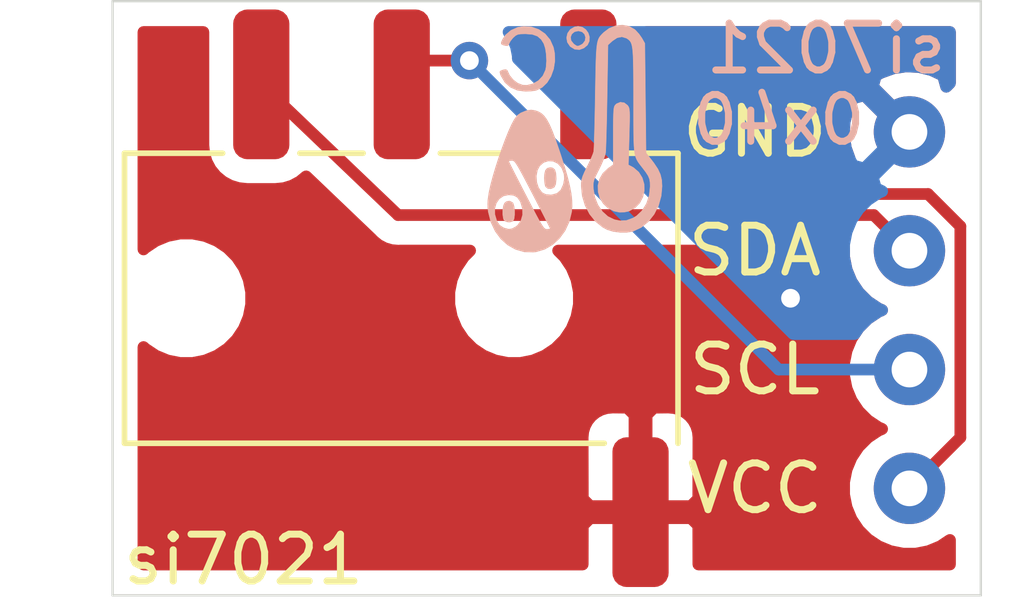
<source format=kicad_pcb>
(kicad_pcb (version 20171130) (host pcbnew "(5.1.5)-3")

  (general
    (thickness 1.6)
    (drawings 7)
    (tracks 15)
    (zones 0)
    (modules 3)
    (nets 5)
  )

  (page A4)
  (layers
    (0 F.Cu signal)
    (31 B.Cu signal)
    (32 B.Adhes user)
    (33 F.Adhes user)
    (34 B.Paste user)
    (35 F.Paste user)
    (36 B.SilkS user)
    (37 F.SilkS user)
    (38 B.Mask user)
    (39 F.Mask user)
    (40 Dwgs.User user)
    (41 Cmts.User user)
    (42 Eco1.User user)
    (43 Eco2.User user)
    (44 Edge.Cuts user)
    (45 Margin user)
    (46 B.CrtYd user)
    (47 F.CrtYd user)
    (48 B.Fab user)
    (49 F.Fab user)
  )

  (setup
    (last_trace_width 0.25)
    (trace_clearance 0.2)
    (zone_clearance 0.508)
    (zone_45_only no)
    (trace_min 0.2)
    (via_size 0.8)
    (via_drill 0.4)
    (via_min_size 0.4)
    (via_min_drill 0.3)
    (uvia_size 0.3)
    (uvia_drill 0.1)
    (uvias_allowed no)
    (uvia_min_size 0.2)
    (uvia_min_drill 0.1)
    (edge_width 0.05)
    (segment_width 0.2)
    (pcb_text_width 0.3)
    (pcb_text_size 1.5 1.5)
    (mod_edge_width 0.12)
    (mod_text_size 1 1)
    (mod_text_width 0.15)
    (pad_size 1.524 1.524)
    (pad_drill 0.762)
    (pad_to_mask_clearance 0.051)
    (solder_mask_min_width 0.25)
    (aux_axis_origin 0 0)
    (visible_elements 7FFFFFFF)
    (pcbplotparams
      (layerselection 0x010fc_ffffffff)
      (usegerberextensions false)
      (usegerberattributes false)
      (usegerberadvancedattributes false)
      (creategerberjobfile false)
      (excludeedgelayer true)
      (linewidth 0.100000)
      (plotframeref false)
      (viasonmask false)
      (mode 1)
      (useauxorigin false)
      (hpglpennumber 1)
      (hpglpenspeed 20)
      (hpglpendiameter 15.000000)
      (psnegative false)
      (psa4output false)
      (plotreference true)
      (plotvalue true)
      (plotinvisibletext false)
      (padsonsilk false)
      (subtractmaskfromsilk false)
      (outputformat 1)
      (mirror false)
      (drillshape 0)
      (scaleselection 1)
      (outputdirectory "gerbers/"))
  )

  (net 0 "")
  (net 1 GND)
  (net 2 SDA)
  (net 3 SCL)
  (net 4 +3V3)

  (net_class Default "Ceci est la Netclass par défaut."
    (clearance 0.2)
    (trace_width 0.25)
    (via_dia 0.8)
    (via_drill 0.4)
    (uvia_dia 0.3)
    (uvia_drill 0.1)
    (add_net +3V3)
    (add_net GND)
    (add_net SCL)
    (add_net SDA)
  )

  (module usini_sensors:module_si7021 (layer F.Cu) (tedit 5FE0920C) (tstamp 5FDCF44E)
    (at 178.816 27.432 180)
    (path /5FDCF6A1)
    (fp_text reference U1 (at 0.635 -9.398 180) (layer F.SilkS) hide
      (effects (font (size 1 1) (thickness 0.15)))
    )
    (fp_text value module_si7021 (at 3.302 1.778 180) (layer F.Fab)
      (effects (font (size 1 1) (thickness 0.15)))
    )
    (fp_text user GND (at 3.302 0 180) (layer F.SilkS)
      (effects (font (size 1 1) (thickness 0.15)))
    )
    (fp_text user SDA (at 3.302 -2.54 180) (layer F.SilkS)
      (effects (font (size 1 1) (thickness 0.15)))
    )
    (fp_text user SCL (at 3.302 -5.08 180) (layer F.SilkS)
      (effects (font (size 1 1) (thickness 0.15)))
    )
    (fp_text user VCC (at 3.302 -7.62 180) (layer F.SilkS)
      (effects (font (size 1 1) (thickness 0.15)))
    )
    (pad 4 thru_hole circle (at 0 0 180) (size 1.524 1.524) (drill 0.762) (layers *.Cu *.Mask)
      (net 1 GND))
    (pad 3 thru_hole circle (at 0 -2.54 180) (size 1.524 1.524) (drill 0.762) (layers *.Cu *.Mask)
      (net 2 SDA))
    (pad 2 thru_hole circle (at 0 -5.08 180) (size 1.524 1.524) (drill 0.762) (layers *.Cu *.Mask)
      (net 3 SCL))
    (pad 1 thru_hole circle (at 0 -7.62 180) (size 1.524 1.524) (drill 0.762) (layers *.Cu *.Mask)
      (net 4 +3V3))
    (model ${KIPRJMOD}/usini_sensors.pretty/si7021.step
      (offset (xyz -1 -0.5 10.8))
      (scale (xyz 1 1 1))
      (rotate (xyz 0 0 0))
    )
    (model ${KISYS3DMOD}/Connector_PinSocket_2.54mm.3dshapes/PinSocket_1x04_P2.54mm_Vertical.step
      (offset (xyz 0 7.7 0))
      (scale (xyz 1 1 1))
      (rotate (xyz 0 0 0))
    )
    (model ${KISYS3DMOD}/Connector_PinHeader_2.54mm.3dshapes/PinHeader_1x04_P2.54mm_Vertical.step
      (offset (xyz 0 0 9.5))
      (scale (xyz 1 1 1))
      (rotate (xyz -180 0 0))
    )
  )

  (module usini_sensors:logo_temp_hum (layer B.Cu) (tedit 5FDB7299) (tstamp 5FDCF55F)
    (at 168.91 27.432 180)
    (fp_text reference G*** (at -2.286 3.556) (layer B.SilkS) hide
      (effects (font (size 1.524 1.524) (thickness 0.3)) (justify mirror))
    )
    (fp_text value LOGO (at -1.778 -3.81) (layer B.SilkS) hide
      (effects (font (size 1.524 1.524) (thickness 0.3)) (justify mirror))
    )
    (fp_poly (pts (xy -3.651278 0.600802) (xy -3.6322 0.584201) (xy -3.616297 0.565731) (xy -3.604104 0.541864)
      (xy -3.595132 0.506149) (xy -3.588888 0.452133) (xy -3.584884 0.373365) (xy -3.582629 0.263393)
      (xy -3.581631 0.115763) (xy -3.581401 -0.075974) (xy -3.5814 -0.08401) (xy -3.5814 -0.70142)
      (xy -3.470925 -0.779291) (xy -3.358498 -0.885343) (xy -3.286829 -1.009894) (xy -3.253801 -1.144851)
      (xy -3.257301 -1.282125) (xy -3.295212 -1.413623) (xy -3.365421 -1.531255) (xy -3.465812 -1.62693)
      (xy -3.59427 -1.692557) (xy -3.716301 -1.71803) (xy -3.812653 -1.715142) (xy -3.909008 -1.695409)
      (xy -3.920359 -1.6915) (xy -4.050676 -1.619094) (xy -4.148212 -1.51639) (xy -4.212428 -1.392347)
      (xy -4.242782 -1.255925) (xy -4.238735 -1.116084) (xy -4.199746 -0.981783) (xy -4.125274 -0.861984)
      (xy -4.014781 -0.765645) (xy -3.977488 -0.744185) (xy -3.903676 -0.705797) (xy -3.920614 -0.102675)
      (xy -3.925804 0.087837) (xy -3.929067 0.234284) (xy -3.930043 0.343376) (xy -3.928373 0.421824)
      (xy -3.923697 0.476337) (xy -3.915653 0.513627) (xy -3.903883 0.540404) (xy -3.888026 0.563378)
      (xy -3.884633 0.567724) (xy -3.813967 0.622001) (xy -3.730981 0.633366) (xy -3.651278 0.600802)) (layer B.SilkS) (width 0.01))
    (fp_poly (pts (xy -2.171637 -0.775873) (xy -2.131696 -0.821651) (xy -2.111912 -0.905571) (xy -2.1082 -0.9906)
      (xy -2.113212 -1.076274) (xy -2.125948 -1.14699) (xy -2.134494 -1.170069) (xy -2.180619 -1.209499)
      (xy -2.246054 -1.21643) (xy -2.310248 -1.189852) (xy -2.322286 -1.179285) (xy -2.351658 -1.116917)
      (xy -2.36217 -1.007465) (xy -2.3622 -0.999815) (xy -2.355213 -0.883127) (xy -2.33191 -0.809029)
      (xy -2.288785 -0.770952) (xy -2.2352 -0.762) (xy -2.171637 -0.775873)) (layer B.SilkS) (width 0.01))
    (fp_poly (pts (xy -1.299334 -1.488773) (xy -1.261237 -1.51965) (xy -1.23543 -1.575779) (xy -1.22127 -1.661612)
      (xy -1.219624 -1.757206) (xy -1.231361 -1.842623) (xy -1.245494 -1.881269) (xy -1.290322 -1.918251)
      (xy -1.356879 -1.930367) (xy -1.421405 -1.915373) (xy -1.442721 -1.89992) (xy -1.462965 -1.852537)
      (xy -1.472811 -1.773671) (xy -1.472701 -1.681468) (xy -1.463077 -1.594072) (xy -1.444383 -1.529632)
      (xy -1.433286 -1.513114) (xy -1.367542 -1.476549) (xy -1.299334 -1.488773)) (layer B.SilkS) (width 0.01))
    (fp_poly (pts (xy -2.752186 2.242429) (xy -2.662361 2.189092) (xy -2.605388 2.10802) (xy -2.58398 2.012273)
      (xy -2.600854 1.914911) (xy -2.658722 1.828995) (xy -2.665047 1.823146) (xy -2.759515 1.765679)
      (xy -2.859585 1.758448) (xy -2.952112 1.792194) (xy -3.029629 1.857258) (xy -3.06819 1.939059)
      (xy -3.071816 2.020306) (xy -2.989403 2.020306) (xy -2.977816 1.947809) (xy -2.930339 1.884289)
      (xy -2.895179 1.861465) (xy -2.839889 1.836131) (xy -2.802575 1.835215) (xy -2.759323 1.86168)
      (xy -2.733926 1.881444) (xy -2.679618 1.949488) (xy -2.667782 2.023912) (xy -2.693789 2.092063)
      (xy -2.753011 2.141289) (xy -2.835452 2.159) (xy -2.915558 2.139168) (xy -2.967762 2.088514)
      (xy -2.989403 2.020306) (xy -3.071816 2.020306) (xy -3.072151 2.027789) (xy -3.045868 2.113638)
      (xy -2.993697 2.186797) (xy -2.919992 2.237456) (xy -2.829111 2.255807) (xy -2.752186 2.242429)) (layer B.SilkS) (width 0.01))
    (fp_poly (pts (xy -1.5367 2.232565) (xy -1.395654 2.170321) (xy -1.280612 2.071882) (xy -1.219155 1.981111)
      (xy -1.188855 1.914971) (xy -1.189389 1.878605) (xy -1.226536 1.857597) (xy -1.273646 1.845207)
      (xy -1.325333 1.841102) (xy -1.349963 1.869077) (xy -1.355263 1.886849) (xy -1.382528 1.940799)
      (xy -1.432469 2.003724) (xy -1.448535 2.020004) (xy -1.49458 2.059845) (xy -1.539303 2.082532)
      (xy -1.599163 2.092822) (xy -1.690615 2.095468) (xy -1.709818 2.0955) (xy -1.853793 2.084087)
      (xy -1.961189 2.046386) (xy -2.041641 1.977203) (xy -2.097659 1.886451) (xy -2.129571 1.787502)
      (xy -2.149252 1.658519) (xy -2.15545 1.519069) (xy -2.146911 1.388718) (xy -2.133817 1.321605)
      (xy -2.076398 1.197156) (xy -1.983658 1.096657) (xy -1.866593 1.027244) (xy -1.736195 0.996051)
      (xy -1.640208 1.001267) (xy -1.538012 1.041815) (xy -1.440676 1.116233) (xy -1.365903 1.209239)
      (xy -1.342377 1.25831) (xy -1.316394 1.315283) (xy -1.285786 1.334166) (xy -1.246112 1.329258)
      (xy -1.181623 1.310171) (xy -1.158078 1.28418) (xy -1.167895 1.235695) (xy -1.182675 1.198792)
      (xy -1.26694 1.058027) (xy -1.384691 0.953873) (xy -1.531565 0.889057) (xy -1.703198 0.866306)
      (xy -1.7145 0.866342) (xy -1.810835 0.870849) (xy -1.897122 0.880726) (xy -1.938402 0.889429)
      (xy -2.062464 0.951919) (xy -2.16729 1.054107) (xy -2.249512 1.187431) (xy -2.305762 1.34333)
      (xy -2.332673 1.513245) (xy -2.326877 1.688613) (xy -2.301131 1.8115) (xy -2.230916 1.968548)
      (xy -2.124619 2.095607) (xy -1.989953 2.188428) (xy -1.834631 2.242762) (xy -1.666366 2.254361)
      (xy -1.5367 2.232565)) (layer B.SilkS) (width 0.01))
    (fp_poly (pts (xy -3.631449 2.267964) (xy -3.493617 2.213042) (xy -3.380754 2.128369) (xy -3.342562 2.091044)
      (xy -3.310728 2.057179) (xy -3.284592 2.02195) (xy -3.263497 1.980534) (xy -3.246785 1.928108)
      (xy -3.233797 1.859849) (xy -3.223874 1.770934) (xy -3.21636 1.65654) (xy -3.210594 1.511844)
      (xy -3.20592 1.332023) (xy -3.201678 1.112253) (xy -3.19721 0.847713) (xy -3.195992 0.7747)
      (xy -3.191754 0.538521) (xy -3.187212 0.315889) (xy -3.182523 0.112406) (xy -3.177838 -0.066326)
      (xy -3.173311 -0.214704) (xy -3.169098 -0.327128) (xy -3.16535 -0.397993) (xy -3.16324 -0.4191)
      (xy -3.146083 -0.472939) (xy -3.110742 -0.558603) (xy -3.062851 -0.663045) (xy -3.022399 -0.745237)
      (xy -2.964798 -0.862005) (xy -2.927673 -0.948543) (xy -2.906672 -1.01894) (xy -2.897442 -1.087285)
      (xy -2.8956 -1.155724) (xy -2.917179 -1.369624) (xy -2.978713 -1.572916) (xy -3.075398 -1.757521)
      (xy -3.202429 -1.915361) (xy -3.355001 -2.038356) (xy -3.450882 -2.089478) (xy -3.576002 -2.127975)
      (xy -3.723016 -2.147989) (xy -3.870038 -2.148129) (xy -3.995182 -2.127009) (xy -4.003134 -2.12451)
      (xy -4.178046 -2.041373) (xy -4.329756 -1.917583) (xy -4.454142 -1.75957) (xy -4.547078 -1.573763)
      (xy -4.60444 -1.366593) (xy -4.621786 -1.164684) (xy -4.3688 -1.164684) (xy -4.3688 -1.165842)
      (xy -4.348551 -1.357394) (xy -4.290671 -1.531546) (xy -4.199464 -1.680329) (xy -4.079231 -1.795776)
      (xy -4.004049 -1.841303) (xy -3.863408 -1.893016) (xy -3.72664 -1.900931) (xy -3.603205 -1.875521)
      (xy -3.466132 -1.809069) (xy -3.347195 -1.701706) (xy -3.252119 -1.561781) (xy -3.186629 -1.397643)
      (xy -3.156874 -1.224566) (xy -3.153082 -1.147025) (xy -3.156115 -1.08582) (xy -3.16979 -1.027235)
      (xy -3.197921 -0.957555) (xy -3.244325 -0.863065) (xy -3.272951 -0.80731) (xy -3.327734 -0.693763)
      (xy -3.37393 -0.584444) (xy -3.405525 -0.49434) (xy -3.415599 -0.45171) (xy -3.41927 -0.403554)
      (xy -3.42347 -0.310472) (xy -3.428038 -0.178331) (xy -3.43281 -0.013001) (xy -3.437624 0.179651)
      (xy -3.442319 0.393755) (xy -3.446731 0.623443) (xy -3.449034 0.757625) (xy -3.4671 1.858149)
      (xy -3.561977 1.945075) (xy -3.663937 2.013008) (xy -3.7661 2.032485) (xy -3.863969 2.002871)
      (xy -3.883232 1.990581) (xy -3.913062 1.96812) (xy -3.937944 1.943171) (xy -3.958325 1.911191)
      (xy -3.974654 1.867637) (xy -3.987379 1.807964) (xy -3.996948 1.72763) (xy -4.00381 1.62209)
      (xy -4.008412 1.486801) (xy -4.011203 1.31722) (xy -4.012631 1.108802) (xy -4.013145 0.857006)
      (xy -4.0132 0.673101) (xy -4.013174 0.396812) (xy -4.013537 0.166246) (xy -4.014955 -0.023671)
      (xy -4.018092 -0.178015) (xy -4.023612 -0.301861) (xy -4.032182 -0.400286) (xy -4.044465 -0.478365)
      (xy -4.061127 -0.541173) (xy -4.082831 -0.593785) (xy -4.110243 -0.641278) (xy -4.144027 -0.688726)
      (xy -4.184849 -0.741205) (xy -4.201155 -0.762) (xy -4.277267 -0.862493) (xy -4.326165 -0.938743)
      (xy -4.353773 -1.005016) (xy -4.366011 -1.075575) (xy -4.3688 -1.164684) (xy -4.621786 -1.164684)
      (xy -4.622243 -1.159374) (xy -4.613824 -1.02535) (xy -4.585677 -0.907878) (xy -4.532104 -0.792673)
      (xy -4.447409 -0.66545) (xy -4.401205 -0.605019) (xy -4.2799 -0.450662) (xy -4.2545 1.8923)
      (xy -4.191 2.00433) (xy -4.131205 2.0902) (xy -4.057759 2.170623) (xy -4.03325 2.192112)
      (xy -3.912282 2.258576) (xy -3.774676 2.283501) (xy -3.631449 2.267964)) (layer B.SilkS) (width 0.01))
    (fp_poly (pts (xy -1.745905 0.458491) (xy -1.701028 0.444228) (xy -1.606474 0.405449) (xy -1.541669 0.360448)
      (xy -1.486497 0.293301) (xy -1.461177 0.254373) (xy -1.407371 0.154321) (xy -1.344582 0.014493)
      (xy -1.276087 -0.15559) (xy -1.205165 -0.346408) (xy -1.135094 -0.548437) (xy -1.069152 -0.752156)
      (xy -1.010616 -0.948045) (xy -0.962766 -1.126581) (xy -0.928878 -1.278244) (xy -0.923632 -1.306995)
      (xy -0.903869 -1.438478) (xy -0.896928 -1.542533) (xy -0.902214 -1.640728) (xy -0.912382 -1.7145)
      (xy -0.968373 -1.932665) (xy -1.05956 -2.12564) (xy -1.181101 -2.289389) (xy -1.328154 -2.419876)
      (xy -1.495875 -2.513066) (xy -1.679422 -2.564926) (xy -1.873952 -2.571419) (xy -1.932137 -2.564175)
      (xy -2.115721 -2.509866) (xy -2.283975 -2.411997) (xy -2.431268 -2.276876) (xy -2.551968 -2.110809)
      (xy -2.571402 -2.068919) (xy -2.2352 -2.068919) (xy -2.213193 -2.078903) (xy -2.163519 -2.0828)
      (xy -2.142646 -2.080815) (xy -2.122172 -2.071793) (xy -2.099256 -2.051128) (xy -2.07106 -2.014215)
      (xy -2.034743 -1.95645) (xy -1.987465 -1.873229) (xy -1.936024 -1.777819) (xy -1.643406 -1.777819)
      (xy -1.60762 -1.899171) (xy -1.536989 -1.996327) (xy -1.501194 -2.02477) (xy -1.419746 -2.069263)
      (xy -1.346115 -2.079498) (xy -1.258977 -2.057117) (xy -1.230271 -2.045656) (xy -1.153821 -1.995469)
      (xy -1.097331 -1.911135) (xy -1.091945 -1.899606) (xy -1.051784 -1.765978) (xy -1.049984 -1.637838)
      (xy -1.082653 -1.523489) (xy -1.145901 -1.431233) (xy -1.235836 -1.369372) (xy -1.348567 -1.346211)
      (xy -1.351296 -1.3462) (xy -1.458194 -1.358351) (xy -1.533124 -1.400866) (xy -1.590249 -1.482837)
      (xy -1.601802 -1.506999) (xy -1.642187 -1.643388) (xy -1.643406 -1.777819) (xy -1.936024 -1.777819)
      (xy -1.926387 -1.759946) (xy -1.848668 -1.611997) (xy -1.751469 -1.424778) (xy -1.719019 -1.362068)
      (xy -1.628234 -1.186085) (xy -1.545437 -1.024663) (xy -1.473407 -0.883296) (xy -1.414924 -0.767477)
      (xy -1.37277 -0.6827) (xy -1.349724 -0.634457) (xy -1.3462 -0.625468) (xy -1.368151 -0.614066)
      (xy -1.41605 -0.609985) (xy -1.436574 -0.612384) (xy -1.457133 -0.622405) (xy -1.480551 -0.644638)
      (xy -1.509652 -0.683674) (xy -1.547258 -0.744104) (xy -1.596194 -0.830518) (xy -1.659283 -0.947507)
      (xy -1.739347 -1.099662) (xy -1.839212 -1.291574) (xy -1.86055 -1.332705) (xy -1.951637 -1.50874)
      (xy -2.034728 -1.670126) (xy -2.107044 -1.811399) (xy -2.165804 -1.927098) (xy -2.208227 -2.011757)
      (xy -2.231534 -2.059913) (xy -2.2352 -2.068919) (xy -2.571402 -2.068919) (xy -2.640445 -1.920102)
      (xy -2.690543 -1.714822) (xy -2.701216 -1.594371) (xy -2.699038 -1.464928) (xy -2.682812 -1.320538)
      (xy -2.651345 -1.155248) (xy -2.612766 -1.000497) (xy -2.536597 -1.000497) (xy -2.515535 -1.115579)
      (xy -2.512404 -1.127066) (xy -2.460643 -1.241141) (xy -2.379942 -1.313535) (xy -2.269654 -1.34476)
      (xy -2.2352 -1.3462) (xy -2.141881 -1.337338) (xy -2.074563 -1.305855) (xy -2.050324 -1.285687)
      (xy -1.983621 -1.192314) (xy -1.945592 -1.072565) (xy -1.937436 -0.942795) (xy -1.960355 -0.819361)
      (xy -2.009251 -0.726298) (xy -2.095116 -0.652987) (xy -2.196017 -0.621219) (xy -2.300216 -0.62937)
      (xy -2.395972 -0.675814) (xy -2.471546 -0.758925) (xy -2.489456 -0.792793) (xy -2.528473 -0.901199)
      (xy -2.536597 -1.000497) (xy -2.612766 -1.000497) (xy -2.603443 -0.963103) (xy -2.537912 -0.738149)
      (xy -2.453557 -0.474433) (xy -2.423907 -0.385395) (xy -2.346818 -0.162069) (xy -2.279251 0.017244)
      (xy -2.218065 0.157731) (xy -2.160119 0.264574) (xy -2.102273 0.342959) (xy -2.041384 0.398069)
      (xy -1.974312 0.435091) (xy -1.914735 0.454997) (xy -1.827413 0.469571) (xy -1.745905 0.458491)) (layer B.SilkS) (width 0.01))
  )

  (module usini_sensors:jack_3.5mm_TRRS (layer F.Cu) (tedit 5FDB7F81) (tstamp 5FDA3052)
    (at 168.148 30.988)
    (descr "Headphones with microphone connector, 3.5mm, 4 pins (http://www.qingpu-electronics.com/en/products/WQP-PJ320D-72.html)")
    (tags "3.5mm jack mic microphone phones headphones 4pins audio plug")
    (path /5FDC3E76)
    (attr smd)
    (fp_text reference J1 (at -0.508 0.508 90) (layer F.SilkS) hide
      (effects (font (size 1 1) (thickness 0.15)))
    )
    (fp_text value AudioJack4 (at -1.778 4.572) (layer F.Fab)
      (effects (font (size 1 1) (thickness 0.15)))
    )
    (fp_circle (center 3.9 -2.35) (end 3.95 -2.1) (layer F.Fab) (width 0.12))
    (fp_line (start -6.096 -3.1) (end -6.096 3.1) (layer F.SilkS) (width 0.12))
    (fp_line (start -8.73 -5) (end 6.07 -5) (layer F.CrtYd) (width 0.05))
    (fp_line (start -8.73 5) (end 6.07 5) (layer F.CrtYd) (width 0.05))
    (fp_line (start 5.725 3.1) (end 5.725 -3.1) (layer F.SilkS) (width 0.12))
    (fp_line (start -8.73 5) (end -8.73 -5) (layer F.CrtYd) (width 0.05))
    (fp_line (start 6.07 5) (end 6.07 -5) (layer F.CrtYd) (width 0.05))
    (fp_line (start -6.096 -3.1) (end -4 -3.1) (layer F.SilkS) (width 0.12))
    (fp_line (start -2.35 -3.1) (end -1 -3.1) (layer F.SilkS) (width 0.12))
    (fp_line (start 0.65 -3.1) (end 3.05 -3.1) (layer F.SilkS) (width 0.12))
    (fp_line (start 4.6 -3.1) (end 5.725 -3.1) (layer F.SilkS) (width 0.12))
    (fp_line (start 4.15 3.1) (end -6.096 3.1) (layer F.SilkS) (width 0.12))
    (fp_line (start 5.575 -2.9) (end 5.575 2.9) (layer F.Fab) (width 0.1))
    (fp_line (start -6.096 -2.9) (end 5.575 -2.9) (layer F.Fab) (width 0.1))
    (fp_line (start -6.096 -2.3) (end -6.096 -2.9) (layer F.Fab) (width 0.1))
    (fp_line (start -8.225 -2.3) (end -6.096 -2.3) (layer F.Fab) (width 0.1))
    (fp_line (start -8.225 2.3) (end -8.225 -2.3) (layer F.Fab) (width 0.1))
    (fp_line (start -6.096 2.3) (end -8.225 2.3) (layer F.Fab) (width 0.1))
    (fp_line (start -6.096 2.9) (end -6.096 2.286) (layer F.Fab) (width 0.1))
    (fp_line (start 5.575 2.9) (end -6.096 2.9) (layer F.Fab) (width 0.1))
    (fp_text user %R (at -1.195 0) (layer F.Fab)
      (effects (font (size 1 1) (thickness 0.15)))
    )
    (pad "" np_thru_hole circle (at 2.225 0) (size 1.5 1.5) (drill 1.5) (layers *.Cu *.Mask))
    (pad "" np_thru_hole circle (at -4.775 0) (size 1.5 1.5) (drill 1.5) (layers *.Cu *.Mask))
    (pad R2 smd roundrect (at -3.175 -4.572) (size 1.2 3.2) (layers F.Cu F.Paste F.Mask) (roundrect_rratio 0.25)
      (net 2 SDA))
    (pad R1 smd roundrect (at -0.175 -4.572) (size 1.2 3.2) (layers F.Cu F.Paste F.Mask) (roundrect_rratio 0.25)
      (net 3 SCL))
    (pad T smd roundrect (at 3.81 -4.572) (size 1.2 3.2) (layers F.Cu F.Paste F.Mask) (roundrect_rratio 0.25)
      (net 4 +3V3))
    (pad S smd roundrect (at 4.925 4.572) (size 1.2 3.2) (layers F.Cu F.Paste F.Mask) (roundrect_rratio 0.25)
      (net 1 GND))
    (model ${KIPRJMOD}/usini_sensors.pretty/audio_3.5mm_trrs.step
      (offset (xyz 5.5 -3 0))
      (scale (xyz 1 1 1))
      (rotate (xyz 0 0 -90))
    )
  )

  (gr_line (start 180.34 37.338) (end 180.34 24.638) (layer Edge.Cuts) (width 0.05))
  (gr_line (start 180.34 24.638) (end 161.798 24.638) (layer Edge.Cuts) (width 0.05))
  (gr_text si7021 (at 164.592 36.576) (layer F.SilkS)
    (effects (font (size 1 1) (thickness 0.15)))
  )
  (gr_line (start 161.798 37.338) (end 180.34 37.338) (layer Edge.Cuts) (width 0.05))
  (gr_line (start 161.798 24.638) (end 161.798 37.338) (layer Edge.Cuts) (width 0.05))
  (gr_text 0x40 (at 176.022 27.178) (layer B.SilkS) (tstamp 5FDCF397)
    (effects (font (size 1 1) (thickness 0.15)) (justify mirror))
  )
  (gr_text si7021 (at 177.038 25.654) (layer B.SilkS)
    (effects (font (size 1 1) (thickness 0.15)) (justify mirror))
  )

  (via (at 176.276 30.988) (size 0.8) (drill 0.4) (layers F.Cu B.Cu) (net 1))
  (segment (start 167.894 29.21) (end 164.973 26.416) (width 0.25) (layer F.Cu) (net 2) (status 20))
  (segment (start 178.054001 29.210001) (end 167.894 29.21) (width 0.25) (layer F.Cu) (net 2))
  (segment (start 178.816 29.972) (end 178.054001 29.210001) (width 0.25) (layer F.Cu) (net 2) (status 10))
  (segment (start 178.816 32.512) (end 176.022 32.512) (width 0.25) (layer B.Cu) (net 3) (status 10))
  (via (at 169.418 25.908) (size 0.8) (drill 0.4) (layers F.Cu B.Cu) (net 3))
  (segment (start 176.022 32.512) (end 169.418 25.908) (width 0.25) (layer B.Cu) (net 3))
  (segment (start 168.481 25.908) (end 167.973 26.416) (width 0.25) (layer F.Cu) (net 3) (status 30))
  (segment (start 169.418 25.908) (end 168.481 25.908) (width 0.25) (layer F.Cu) (net 3) (status 20))
  (segment (start 179.903001 33.964999) (end 178.816 35.052) (width 0.25) (layer F.Cu) (net 4) (status 20))
  (segment (start 179.903001 29.450239) (end 179.903001 33.964999) (width 0.25) (layer F.Cu) (net 4))
  (segment (start 179.212753 28.759991) (end 179.903001 29.450239) (width 0.25) (layer F.Cu) (net 4))
  (segment (start 174.901991 28.759991) (end 179.212753 28.759991) (width 0.25) (layer F.Cu) (net 4))
  (segment (start 172.558 26.416) (end 174.901991 28.759991) (width 0.25) (layer F.Cu) (net 4))
  (segment (start 171.958 26.416) (end 172.558 26.416) (width 0.25) (layer F.Cu) (net 4) (status 10))

  (zone (net 1) (net_name GND) (layer F.Cu) (tstamp 5FE0ED95) (hatch edge 0.508)
    (connect_pads (clearance 0.508))
    (min_thickness 0.254)
    (fill yes (arc_segments 32) (thermal_gap 0.508) (thermal_bridge_width 0.508))
    (polygon
      (pts
        (xy 180.34 37.338) (xy 161.798 37.338) (xy 161.798 24.638) (xy 180.34 24.638)
      )
    )
    (filled_polygon
      (pts
        (xy 163.734928 27.716) (xy 163.752953 27.899009) (xy 163.806334 28.074985) (xy 163.893022 28.237165) (xy 164.009683 28.379317)
        (xy 164.151835 28.495978) (xy 164.314015 28.582666) (xy 164.489991 28.636047) (xy 164.673 28.654072) (xy 165.273 28.654072)
        (xy 165.456009 28.636047) (xy 165.631985 28.582666) (xy 165.794165 28.495978) (xy 165.930796 28.383848) (xy 167.335577 29.727553)
        (xy 167.353999 29.75) (xy 167.389526 29.779156) (xy 167.395649 29.785013) (xy 167.418423 29.802871) (xy 167.469724 29.844973)
        (xy 167.477229 29.848985) (xy 167.483935 29.854243) (xy 167.543209 29.884252) (xy 167.601753 29.915545) (xy 167.6099 29.918016)
        (xy 167.6175 29.921864) (xy 167.681493 29.939734) (xy 167.745014 29.959002) (xy 167.753484 29.959836) (xy 167.761691 29.962128)
        (xy 167.827941 29.96717) (xy 167.856667 29.969999) (xy 167.865119 29.969999) (xy 167.910966 29.973488) (xy 167.939806 29.969999)
        (xy 169.432316 29.969999) (xy 169.297201 30.105114) (xy 169.145629 30.331957) (xy 169.041225 30.584011) (xy 168.988 30.851589)
        (xy 168.988 31.124411) (xy 169.041225 31.391989) (xy 169.145629 31.644043) (xy 169.297201 31.870886) (xy 169.490114 32.063799)
        (xy 169.716957 32.215371) (xy 169.969011 32.319775) (xy 170.236589 32.373) (xy 170.509411 32.373) (xy 170.776989 32.319775)
        (xy 171.029043 32.215371) (xy 171.255886 32.063799) (xy 171.448799 31.870886) (xy 171.600371 31.644043) (xy 171.704775 31.391989)
        (xy 171.758 31.124411) (xy 171.758 30.851589) (xy 171.704775 30.584011) (xy 171.600371 30.331957) (xy 171.448799 30.105114)
        (xy 171.313685 29.97) (xy 177.419 29.970001) (xy 177.419 30.109592) (xy 177.472686 30.37949) (xy 177.577995 30.633727)
        (xy 177.73088 30.862535) (xy 177.925465 31.05712) (xy 178.154273 31.210005) (xy 178.231515 31.242) (xy 178.154273 31.273995)
        (xy 177.925465 31.42688) (xy 177.73088 31.621465) (xy 177.577995 31.850273) (xy 177.472686 32.10451) (xy 177.419 32.374408)
        (xy 177.419 32.649592) (xy 177.472686 32.91949) (xy 177.577995 33.173727) (xy 177.73088 33.402535) (xy 177.925465 33.59712)
        (xy 178.154273 33.750005) (xy 178.231515 33.782) (xy 178.154273 33.813995) (xy 177.925465 33.96688) (xy 177.73088 34.161465)
        (xy 177.577995 34.390273) (xy 177.472686 34.64451) (xy 177.419 34.914408) (xy 177.419 35.189592) (xy 177.472686 35.45949)
        (xy 177.577995 35.713727) (xy 177.73088 35.942535) (xy 177.925465 36.13712) (xy 178.154273 36.290005) (xy 178.40851 36.395314)
        (xy 178.678408 36.449) (xy 178.953592 36.449) (xy 179.22349 36.395314) (xy 179.477727 36.290005) (xy 179.68 36.15485)
        (xy 179.68 36.678) (xy 174.309945 36.678) (xy 174.308 35.84575) (xy 174.14925 35.687) (xy 173.2 35.687)
        (xy 173.2 35.707) (xy 172.946 35.707) (xy 172.946 35.687) (xy 171.99675 35.687) (xy 171.838 35.84575)
        (xy 171.836055 36.678) (xy 162.458 36.678) (xy 162.458 33.96) (xy 171.834928 33.96) (xy 171.838 35.27425)
        (xy 171.99675 35.433) (xy 172.946 35.433) (xy 172.946 33.48375) (xy 173.2 33.48375) (xy 173.2 35.433)
        (xy 174.14925 35.433) (xy 174.308 35.27425) (xy 174.311072 33.96) (xy 174.298812 33.835518) (xy 174.262502 33.71582)
        (xy 174.203537 33.605506) (xy 174.124185 33.508815) (xy 174.027494 33.429463) (xy 173.91718 33.370498) (xy 173.797482 33.334188)
        (xy 173.673 33.321928) (xy 173.35875 33.325) (xy 173.2 33.48375) (xy 172.946 33.48375) (xy 172.78725 33.325)
        (xy 172.473 33.321928) (xy 172.348518 33.334188) (xy 172.22882 33.370498) (xy 172.118506 33.429463) (xy 172.021815 33.508815)
        (xy 171.942463 33.605506) (xy 171.883498 33.71582) (xy 171.847188 33.835518) (xy 171.834928 33.96) (xy 162.458 33.96)
        (xy 162.458 32.031685) (xy 162.490114 32.063799) (xy 162.716957 32.215371) (xy 162.969011 32.319775) (xy 163.236589 32.373)
        (xy 163.509411 32.373) (xy 163.776989 32.319775) (xy 164.029043 32.215371) (xy 164.255886 32.063799) (xy 164.448799 31.870886)
        (xy 164.600371 31.644043) (xy 164.704775 31.391989) (xy 164.758 31.124411) (xy 164.758 30.851589) (xy 164.704775 30.584011)
        (xy 164.600371 30.331957) (xy 164.448799 30.105114) (xy 164.255886 29.912201) (xy 164.029043 29.760629) (xy 163.776989 29.656225)
        (xy 163.509411 29.603) (xy 163.236589 29.603) (xy 162.969011 29.656225) (xy 162.716957 29.760629) (xy 162.490114 29.912201)
        (xy 162.458 29.944315) (xy 162.458 25.298) (xy 163.734928 25.298)
      )
    )
    (filled_polygon
      (pts
        (xy 179.680001 26.388391) (xy 179.601959 26.466433) (xy 179.53498 26.226344) (xy 179.285952 26.109244) (xy 179.018865 26.042977)
        (xy 178.743983 26.03009) (xy 178.471867 26.071078) (xy 178.212977 26.164364) (xy 178.09702 26.226344) (xy 178.03004 26.466435)
        (xy 178.816 27.252395) (xy 178.830143 27.238253) (xy 179.009748 27.417858) (xy 178.995605 27.432) (xy 179.009748 27.446143)
        (xy 178.830143 27.625748) (xy 178.816 27.611605) (xy 178.801858 27.625748) (xy 178.622253 27.446143) (xy 178.636395 27.432)
        (xy 177.850435 26.64604) (xy 177.610344 26.71302) (xy 177.493244 26.962048) (xy 177.426977 27.229135) (xy 177.41409 27.504017)
        (xy 177.455078 27.776133) (xy 177.535741 27.999991) (xy 175.216793 27.999991) (xy 173.196072 25.979271) (xy 173.196072 25.298)
        (xy 179.680001 25.298)
      )
    )
  )
  (zone (net 1) (net_name GND) (layer B.Cu) (tstamp 5FE0ED92) (hatch edge 0.508)
    (connect_pads (clearance 0.508))
    (min_thickness 0.254)
    (fill yes (arc_segments 32) (thermal_gap 0.508) (thermal_bridge_width 0.508))
    (polygon
      (pts
        (xy 180.34 37.338) (xy 161.798 37.338) (xy 161.798 24.638) (xy 180.34 24.638)
      )
    )
    (filled_polygon
      (pts
        (xy 179.680001 26.388391) (xy 179.601959 26.466433) (xy 179.53498 26.226344) (xy 179.285952 26.109244) (xy 179.018865 26.042977)
        (xy 178.743983 26.03009) (xy 178.471867 26.071078) (xy 178.212977 26.164364) (xy 178.09702 26.226344) (xy 178.03004 26.466435)
        (xy 178.816 27.252395) (xy 178.830143 27.238253) (xy 179.009748 27.417858) (xy 178.995605 27.432) (xy 179.009748 27.446143)
        (xy 178.830143 27.625748) (xy 178.816 27.611605) (xy 178.03004 28.397565) (xy 178.09702 28.637656) (xy 178.23276 28.701485)
        (xy 178.154273 28.733995) (xy 177.925465 28.88688) (xy 177.73088 29.081465) (xy 177.577995 29.310273) (xy 177.472686 29.56451)
        (xy 177.419 29.834408) (xy 177.419 30.109592) (xy 177.472686 30.37949) (xy 177.577995 30.633727) (xy 177.73088 30.862535)
        (xy 177.925465 31.05712) (xy 178.154273 31.210005) (xy 178.231515 31.242) (xy 178.154273 31.273995) (xy 177.925465 31.42688)
        (xy 177.73088 31.621465) (xy 177.643659 31.752) (xy 176.336802 31.752) (xy 172.088819 27.504017) (xy 177.41409 27.504017)
        (xy 177.455078 27.776133) (xy 177.548364 28.035023) (xy 177.610344 28.15098) (xy 177.850435 28.21796) (xy 178.636395 27.432)
        (xy 177.850435 26.64604) (xy 177.610344 26.71302) (xy 177.493244 26.962048) (xy 177.426977 27.229135) (xy 177.41409 27.504017)
        (xy 172.088819 27.504017) (xy 170.453 25.868199) (xy 170.453 25.806061) (xy 170.413226 25.606102) (xy 170.335205 25.417744)
        (xy 170.255195 25.298) (xy 179.680001 25.298)
      )
    )
  )
)

</source>
